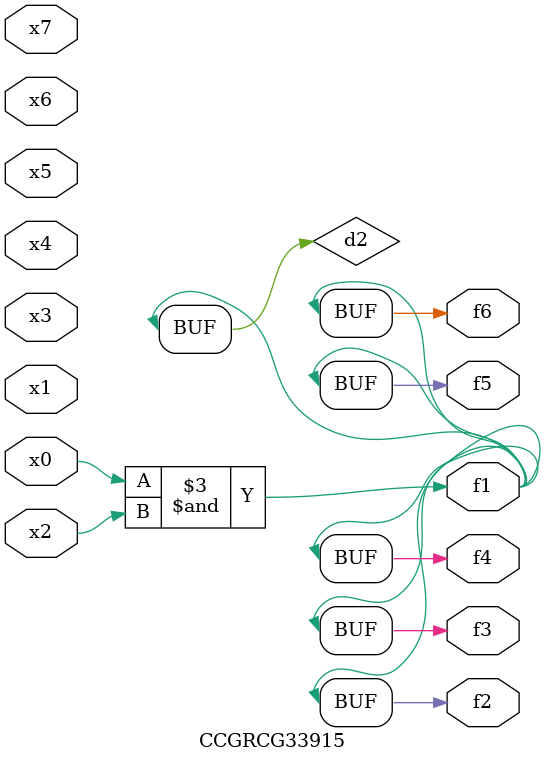
<source format=v>
module CCGRCG33915(
	input x0, x1, x2, x3, x4, x5, x6, x7,
	output f1, f2, f3, f4, f5, f6
);

	wire d1, d2;

	nor (d1, x3, x6);
	and (d2, x0, x2);
	assign f1 = d2;
	assign f2 = d2;
	assign f3 = d2;
	assign f4 = d2;
	assign f5 = d2;
	assign f6 = d2;
endmodule

</source>
